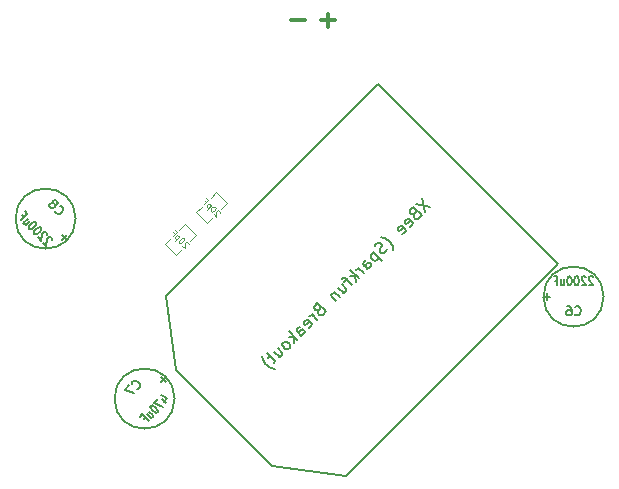
<source format=gbo>
G04 (created by PCBNEW (2013-dec-23)-stable) date Thu 03 Jul 2014 07:48:38 AM MDT*
%MOIN*%
G04 Gerber Fmt 3.4, Leading zero omitted, Abs format*
%FSLAX34Y34*%
G01*
G70*
G90*
G04 APERTURE LIST*
%ADD10C,0.00590551*%
%ADD11C,0.011811*%
%ADD12C,0.0047*%
%ADD13C,0.005*%
%ADD14C,0.0045*%
%ADD15C,0.0075*%
%ADD16C,0.008*%
G04 APERTURE END LIST*
G54D10*
G54D11*
X23434Y-7394D02*
X22985Y-7394D01*
X24434Y-7394D02*
X23985Y-7394D01*
X24210Y-7619D02*
X24210Y-7169D01*
G54D10*
X19160Y-19060D02*
X18806Y-16585D01*
X18806Y-16585D02*
X25877Y-9514D01*
X25877Y-9514D02*
X31887Y-15524D01*
X31887Y-15524D02*
X24816Y-22595D01*
X24816Y-22595D02*
X22342Y-22242D01*
X22342Y-22242D02*
X19160Y-19060D01*
G54D12*
X19333Y-15009D02*
X19139Y-15203D01*
X19612Y-14730D02*
X19806Y-14536D01*
X18971Y-14647D02*
X18777Y-14841D01*
X19444Y-14174D02*
X19250Y-14368D01*
X18781Y-14845D02*
X19134Y-15199D01*
X19802Y-14531D02*
X19448Y-14178D01*
X20300Y-13318D02*
X20494Y-13124D01*
X20021Y-13597D02*
X19827Y-13791D01*
X20662Y-13680D02*
X20856Y-13486D01*
X20189Y-14153D02*
X20383Y-13959D01*
X20852Y-13481D02*
X20498Y-13128D01*
X19831Y-13795D02*
X20184Y-14149D01*
G54D13*
X33401Y-16600D02*
G75*
G03X33401Y-16600I-1001J0D01*
G74*
G01*
X19101Y-20000D02*
G75*
G03X19101Y-20000I-1001J0D01*
G74*
G01*
X15801Y-14000D02*
G75*
G03X15801Y-14000I-1001J0D01*
G74*
G01*
G54D10*
X27348Y-13325D02*
X27441Y-13789D01*
X27163Y-13511D02*
X27627Y-13603D01*
X27097Y-13842D02*
X27070Y-13895D01*
X27070Y-13922D01*
X27083Y-13961D01*
X27123Y-14001D01*
X27163Y-14014D01*
X27189Y-14014D01*
X27229Y-14001D01*
X27335Y-13895D01*
X27057Y-13617D01*
X26964Y-13709D01*
X26951Y-13749D01*
X26951Y-13776D01*
X26964Y-13816D01*
X26991Y-13842D01*
X27030Y-13855D01*
X27057Y-13855D01*
X27097Y-13842D01*
X27189Y-13749D01*
X26937Y-14266D02*
X26977Y-14253D01*
X27030Y-14200D01*
X27044Y-14160D01*
X27030Y-14120D01*
X26924Y-14014D01*
X26884Y-14001D01*
X26845Y-14014D01*
X26792Y-14067D01*
X26778Y-14107D01*
X26792Y-14147D01*
X26818Y-14173D01*
X26977Y-14067D01*
X26699Y-14505D02*
X26739Y-14492D01*
X26792Y-14439D01*
X26805Y-14399D01*
X26792Y-14359D01*
X26686Y-14253D01*
X26646Y-14240D01*
X26606Y-14253D01*
X26553Y-14306D01*
X26540Y-14346D01*
X26553Y-14386D01*
X26580Y-14412D01*
X26739Y-14306D01*
X26394Y-15048D02*
X26394Y-15022D01*
X26381Y-14956D01*
X26367Y-14916D01*
X26341Y-14863D01*
X26288Y-14783D01*
X26235Y-14730D01*
X26155Y-14677D01*
X26102Y-14651D01*
X26063Y-14637D01*
X25996Y-14624D01*
X25970Y-14624D01*
X26182Y-15022D02*
X26155Y-15075D01*
X26089Y-15141D01*
X26049Y-15154D01*
X26023Y-15154D01*
X25983Y-15141D01*
X25956Y-15115D01*
X25943Y-15075D01*
X25943Y-15048D01*
X25956Y-15009D01*
X25996Y-14942D01*
X26010Y-14903D01*
X26010Y-14876D01*
X25996Y-14836D01*
X25970Y-14810D01*
X25930Y-14797D01*
X25903Y-14797D01*
X25864Y-14810D01*
X25797Y-14876D01*
X25771Y-14929D01*
X25731Y-15128D02*
X26010Y-15406D01*
X25744Y-15141D02*
X25705Y-15154D01*
X25652Y-15207D01*
X25638Y-15247D01*
X25638Y-15274D01*
X25652Y-15314D01*
X25731Y-15393D01*
X25771Y-15406D01*
X25797Y-15406D01*
X25837Y-15393D01*
X25890Y-15340D01*
X25903Y-15300D01*
X25546Y-15685D02*
X25400Y-15539D01*
X25386Y-15499D01*
X25400Y-15459D01*
X25453Y-15406D01*
X25493Y-15393D01*
X25532Y-15671D02*
X25572Y-15658D01*
X25638Y-15592D01*
X25652Y-15552D01*
X25638Y-15512D01*
X25612Y-15486D01*
X25572Y-15473D01*
X25532Y-15486D01*
X25466Y-15552D01*
X25426Y-15565D01*
X25413Y-15817D02*
X25227Y-15632D01*
X25280Y-15685D02*
X25241Y-15671D01*
X25214Y-15671D01*
X25174Y-15685D01*
X25148Y-15711D01*
X25241Y-15990D02*
X24962Y-15711D01*
X25108Y-15910D02*
X25135Y-16096D01*
X24949Y-15910D02*
X25161Y-15910D01*
X24869Y-15990D02*
X24763Y-16096D01*
X25015Y-16215D02*
X24777Y-15976D01*
X24737Y-15963D01*
X24697Y-15976D01*
X24671Y-16003D01*
X24551Y-16308D02*
X24737Y-16493D01*
X24671Y-16188D02*
X24816Y-16334D01*
X24830Y-16374D01*
X24816Y-16414D01*
X24777Y-16454D01*
X24737Y-16467D01*
X24710Y-16467D01*
X24419Y-16440D02*
X24604Y-16626D01*
X24445Y-16467D02*
X24419Y-16467D01*
X24379Y-16480D01*
X24339Y-16520D01*
X24326Y-16560D01*
X24339Y-16599D01*
X24485Y-16745D01*
X23902Y-17037D02*
X23875Y-17090D01*
X23875Y-17116D01*
X23888Y-17156D01*
X23928Y-17196D01*
X23968Y-17209D01*
X23995Y-17209D01*
X24034Y-17196D01*
X24140Y-17090D01*
X23862Y-16812D01*
X23769Y-16904D01*
X23756Y-16944D01*
X23756Y-16971D01*
X23769Y-17010D01*
X23796Y-17037D01*
X23835Y-17050D01*
X23862Y-17050D01*
X23902Y-17037D01*
X23995Y-16944D01*
X23862Y-17368D02*
X23676Y-17183D01*
X23729Y-17236D02*
X23690Y-17222D01*
X23663Y-17222D01*
X23623Y-17236D01*
X23597Y-17262D01*
X23570Y-17633D02*
X23610Y-17620D01*
X23663Y-17567D01*
X23676Y-17527D01*
X23663Y-17488D01*
X23557Y-17382D01*
X23517Y-17368D01*
X23478Y-17382D01*
X23424Y-17435D01*
X23411Y-17474D01*
X23424Y-17514D01*
X23451Y-17541D01*
X23610Y-17435D01*
X23332Y-17899D02*
X23186Y-17753D01*
X23173Y-17713D01*
X23186Y-17673D01*
X23239Y-17620D01*
X23279Y-17607D01*
X23318Y-17885D02*
X23358Y-17872D01*
X23424Y-17806D01*
X23438Y-17766D01*
X23424Y-17726D01*
X23398Y-17700D01*
X23358Y-17686D01*
X23318Y-17700D01*
X23252Y-17766D01*
X23212Y-17779D01*
X23199Y-18031D02*
X22921Y-17753D01*
X23067Y-17952D02*
X23093Y-18137D01*
X22907Y-17952D02*
X23120Y-17952D01*
X22934Y-18296D02*
X22947Y-18257D01*
X22947Y-18230D01*
X22934Y-18190D01*
X22854Y-18111D01*
X22815Y-18097D01*
X22788Y-18097D01*
X22748Y-18111D01*
X22709Y-18150D01*
X22695Y-18190D01*
X22695Y-18217D01*
X22709Y-18257D01*
X22788Y-18336D01*
X22828Y-18349D01*
X22854Y-18349D01*
X22894Y-18336D01*
X22934Y-18296D01*
X22417Y-18442D02*
X22603Y-18628D01*
X22536Y-18323D02*
X22682Y-18469D01*
X22695Y-18508D01*
X22682Y-18548D01*
X22642Y-18588D01*
X22603Y-18601D01*
X22576Y-18601D01*
X22324Y-18535D02*
X22218Y-18641D01*
X22192Y-18482D02*
X22430Y-18720D01*
X22443Y-18760D01*
X22430Y-18800D01*
X22404Y-18827D01*
X22443Y-18999D02*
X22417Y-18999D01*
X22351Y-18986D01*
X22311Y-18972D01*
X22258Y-18946D01*
X22178Y-18893D01*
X22125Y-18840D01*
X22072Y-18760D01*
X22046Y-18707D01*
X22033Y-18667D01*
X22019Y-18601D01*
X22019Y-18575D01*
G54D14*
X19569Y-14850D02*
X19569Y-14837D01*
X19563Y-14816D01*
X19529Y-14783D01*
X19509Y-14776D01*
X19495Y-14776D01*
X19475Y-14783D01*
X19462Y-14796D01*
X19448Y-14823D01*
X19448Y-14985D01*
X19361Y-14897D01*
X19415Y-14668D02*
X19401Y-14655D01*
X19381Y-14648D01*
X19367Y-14648D01*
X19347Y-14655D01*
X19314Y-14675D01*
X19280Y-14709D01*
X19260Y-14742D01*
X19253Y-14763D01*
X19253Y-14776D01*
X19260Y-14796D01*
X19273Y-14810D01*
X19293Y-14816D01*
X19307Y-14816D01*
X19327Y-14810D01*
X19361Y-14789D01*
X19394Y-14756D01*
X19415Y-14722D01*
X19421Y-14702D01*
X19421Y-14688D01*
X19415Y-14668D01*
X19260Y-14608D02*
X19118Y-14749D01*
X19253Y-14614D02*
X19246Y-14594D01*
X19219Y-14567D01*
X19199Y-14561D01*
X19186Y-14561D01*
X19165Y-14567D01*
X19125Y-14608D01*
X19118Y-14628D01*
X19118Y-14641D01*
X19125Y-14662D01*
X19152Y-14688D01*
X19172Y-14695D01*
X19064Y-14453D02*
X19112Y-14500D01*
X19037Y-14574D02*
X19179Y-14433D01*
X19112Y-14365D01*
X20619Y-13800D02*
X20619Y-13787D01*
X20613Y-13766D01*
X20579Y-13733D01*
X20559Y-13726D01*
X20545Y-13726D01*
X20525Y-13733D01*
X20512Y-13746D01*
X20498Y-13773D01*
X20498Y-13935D01*
X20411Y-13847D01*
X20465Y-13618D02*
X20451Y-13605D01*
X20431Y-13598D01*
X20417Y-13598D01*
X20397Y-13605D01*
X20364Y-13625D01*
X20330Y-13659D01*
X20310Y-13692D01*
X20303Y-13713D01*
X20303Y-13726D01*
X20310Y-13746D01*
X20323Y-13760D01*
X20343Y-13766D01*
X20357Y-13766D01*
X20377Y-13760D01*
X20411Y-13739D01*
X20444Y-13706D01*
X20465Y-13672D01*
X20471Y-13652D01*
X20471Y-13638D01*
X20465Y-13618D01*
X20310Y-13558D02*
X20168Y-13699D01*
X20303Y-13564D02*
X20296Y-13544D01*
X20269Y-13517D01*
X20249Y-13511D01*
X20236Y-13511D01*
X20215Y-13517D01*
X20175Y-13558D01*
X20168Y-13578D01*
X20168Y-13591D01*
X20175Y-13612D01*
X20202Y-13638D01*
X20222Y-13645D01*
X20114Y-13403D02*
X20162Y-13450D01*
X20087Y-13524D02*
X20229Y-13383D01*
X20162Y-13315D01*
G54D13*
X32450Y-17191D02*
X32464Y-17206D01*
X32507Y-17220D01*
X32535Y-17220D01*
X32578Y-17206D01*
X32607Y-17177D01*
X32621Y-17149D01*
X32635Y-17091D01*
X32635Y-17049D01*
X32621Y-16991D01*
X32607Y-16963D01*
X32578Y-16934D01*
X32535Y-16920D01*
X32507Y-16920D01*
X32464Y-16934D01*
X32450Y-16949D01*
X32192Y-16920D02*
X32250Y-16920D01*
X32278Y-16934D01*
X32292Y-16949D01*
X32321Y-16991D01*
X32335Y-17049D01*
X32335Y-17163D01*
X32321Y-17191D01*
X32307Y-17206D01*
X32278Y-17220D01*
X32221Y-17220D01*
X32192Y-17206D01*
X32178Y-17191D01*
X32164Y-17163D01*
X32164Y-17091D01*
X32178Y-17063D01*
X32192Y-17049D01*
X32221Y-17034D01*
X32278Y-17034D01*
X32307Y-17049D01*
X32321Y-17063D01*
X32335Y-17091D01*
X33048Y-15950D02*
X33036Y-15935D01*
X33013Y-15921D01*
X32953Y-15921D01*
X32929Y-15935D01*
X32917Y-15950D01*
X32905Y-15978D01*
X32905Y-16007D01*
X32917Y-16050D01*
X33060Y-16221D01*
X32905Y-16221D01*
X32810Y-15950D02*
X32798Y-15935D01*
X32775Y-15921D01*
X32715Y-15921D01*
X32691Y-15935D01*
X32679Y-15950D01*
X32667Y-15978D01*
X32667Y-16007D01*
X32679Y-16050D01*
X32822Y-16221D01*
X32667Y-16221D01*
X32513Y-15921D02*
X32489Y-15921D01*
X32465Y-15935D01*
X32453Y-15950D01*
X32441Y-15978D01*
X32429Y-16035D01*
X32429Y-16107D01*
X32441Y-16164D01*
X32453Y-16192D01*
X32465Y-16207D01*
X32489Y-16221D01*
X32513Y-16221D01*
X32536Y-16207D01*
X32548Y-16192D01*
X32560Y-16164D01*
X32572Y-16107D01*
X32572Y-16035D01*
X32560Y-15978D01*
X32548Y-15950D01*
X32536Y-15935D01*
X32513Y-15921D01*
X32275Y-15921D02*
X32251Y-15921D01*
X32227Y-15935D01*
X32215Y-15950D01*
X32203Y-15978D01*
X32191Y-16035D01*
X32191Y-16107D01*
X32203Y-16164D01*
X32215Y-16192D01*
X32227Y-16207D01*
X32251Y-16221D01*
X32275Y-16221D01*
X32298Y-16207D01*
X32310Y-16192D01*
X32322Y-16164D01*
X32334Y-16107D01*
X32334Y-16035D01*
X32322Y-15978D01*
X32310Y-15950D01*
X32298Y-15935D01*
X32275Y-15921D01*
X31977Y-16021D02*
X31977Y-16221D01*
X32084Y-16021D02*
X32084Y-16178D01*
X32072Y-16207D01*
X32048Y-16221D01*
X32013Y-16221D01*
X31989Y-16207D01*
X31977Y-16192D01*
X31775Y-16064D02*
X31858Y-16064D01*
X31858Y-16221D02*
X31858Y-15921D01*
X31739Y-15921D01*
G54D15*
X31614Y-16607D02*
X31385Y-16607D01*
X31500Y-16721D02*
X31500Y-16492D01*
G54D16*
G54D13*
X17848Y-19677D02*
X17868Y-19677D01*
X17908Y-19657D01*
X17928Y-19637D01*
X17949Y-19596D01*
X17949Y-19556D01*
X17939Y-19525D01*
X17908Y-19475D01*
X17878Y-19445D01*
X17827Y-19414D01*
X17797Y-19404D01*
X17757Y-19404D01*
X17716Y-19424D01*
X17696Y-19445D01*
X17676Y-19485D01*
X17676Y-19505D01*
X17585Y-19556D02*
X17444Y-19697D01*
X17747Y-19818D01*
X18688Y-20007D02*
X18829Y-20148D01*
X18649Y-19884D02*
X18843Y-19994D01*
X18733Y-20103D01*
X18541Y-20012D02*
X18424Y-20130D01*
X18711Y-20266D01*
X18323Y-20231D02*
X18306Y-20248D01*
X18299Y-20275D01*
X18301Y-20293D01*
X18312Y-20322D01*
X18344Y-20371D01*
X18395Y-20421D01*
X18444Y-20453D01*
X18472Y-20465D01*
X18491Y-20467D01*
X18518Y-20460D01*
X18535Y-20443D01*
X18541Y-20416D01*
X18540Y-20398D01*
X18528Y-20369D01*
X18496Y-20320D01*
X18445Y-20270D01*
X18397Y-20238D01*
X18368Y-20226D01*
X18350Y-20224D01*
X18323Y-20231D01*
X18183Y-20512D02*
X18324Y-20654D01*
X18259Y-20436D02*
X18370Y-20548D01*
X18382Y-20576D01*
X18375Y-20603D01*
X18350Y-20628D01*
X18323Y-20635D01*
X18304Y-20633D01*
X18070Y-20686D02*
X18129Y-20627D01*
X18240Y-20738D02*
X18028Y-20526D01*
X17944Y-20610D01*
G54D15*
X18822Y-19287D02*
X18660Y-19449D01*
X18822Y-19449D02*
X18660Y-19287D01*
G54D16*
G54D13*
X15122Y-13748D02*
X15122Y-13768D01*
X15142Y-13808D01*
X15162Y-13828D01*
X15203Y-13849D01*
X15243Y-13849D01*
X15274Y-13839D01*
X15324Y-13808D01*
X15354Y-13778D01*
X15385Y-13727D01*
X15395Y-13697D01*
X15395Y-13657D01*
X15375Y-13616D01*
X15354Y-13596D01*
X15314Y-13576D01*
X15294Y-13576D01*
X15102Y-13525D02*
X15132Y-13536D01*
X15152Y-13536D01*
X15183Y-13525D01*
X15193Y-13515D01*
X15203Y-13485D01*
X15203Y-13465D01*
X15193Y-13435D01*
X15152Y-13394D01*
X15122Y-13384D01*
X15102Y-13384D01*
X15072Y-13394D01*
X15061Y-13404D01*
X15051Y-13435D01*
X15051Y-13455D01*
X15061Y-13485D01*
X15102Y-13525D01*
X15112Y-13556D01*
X15112Y-13576D01*
X15102Y-13606D01*
X15061Y-13647D01*
X15031Y-13657D01*
X15011Y-13657D01*
X14981Y-13647D01*
X14940Y-13606D01*
X14930Y-13576D01*
X14930Y-13556D01*
X14940Y-13525D01*
X14981Y-13485D01*
X15011Y-13475D01*
X15031Y-13475D01*
X15061Y-13485D01*
X15011Y-14706D02*
X15012Y-14687D01*
X15006Y-14660D01*
X14964Y-14618D01*
X14937Y-14611D01*
X14918Y-14613D01*
X14890Y-14625D01*
X14869Y-14645D01*
X14847Y-14684D01*
X14827Y-14906D01*
X14718Y-14797D01*
X14842Y-14537D02*
X14844Y-14519D01*
X14837Y-14492D01*
X14795Y-14450D01*
X14768Y-14443D01*
X14750Y-14445D01*
X14721Y-14457D01*
X14701Y-14477D01*
X14679Y-14516D01*
X14659Y-14738D01*
X14549Y-14628D01*
X14652Y-14307D02*
X14635Y-14290D01*
X14608Y-14283D01*
X14590Y-14285D01*
X14561Y-14297D01*
X14512Y-14329D01*
X14462Y-14379D01*
X14430Y-14428D01*
X14418Y-14457D01*
X14416Y-14475D01*
X14423Y-14502D01*
X14440Y-14519D01*
X14467Y-14526D01*
X14486Y-14524D01*
X14514Y-14512D01*
X14563Y-14480D01*
X14613Y-14430D01*
X14645Y-14381D01*
X14657Y-14352D01*
X14659Y-14334D01*
X14652Y-14307D01*
X14484Y-14138D02*
X14467Y-14122D01*
X14440Y-14115D01*
X14422Y-14117D01*
X14393Y-14128D01*
X14344Y-14160D01*
X14294Y-14211D01*
X14262Y-14260D01*
X14250Y-14288D01*
X14248Y-14307D01*
X14255Y-14334D01*
X14272Y-14351D01*
X14299Y-14357D01*
X14317Y-14356D01*
X14346Y-14344D01*
X14395Y-14312D01*
X14445Y-14261D01*
X14477Y-14212D01*
X14489Y-14184D01*
X14491Y-14165D01*
X14484Y-14138D01*
X14203Y-13999D02*
X14061Y-14140D01*
X14278Y-14074D02*
X14167Y-14186D01*
X14139Y-14197D01*
X14112Y-14191D01*
X14087Y-14165D01*
X14080Y-14138D01*
X14081Y-14120D01*
X14029Y-13886D02*
X14088Y-13945D01*
X13977Y-14056D02*
X14189Y-13844D01*
X14105Y-13760D01*
G54D15*
X15512Y-14722D02*
X15350Y-14560D01*
X15350Y-14722D02*
X15512Y-14560D01*
G54D16*
M02*

</source>
